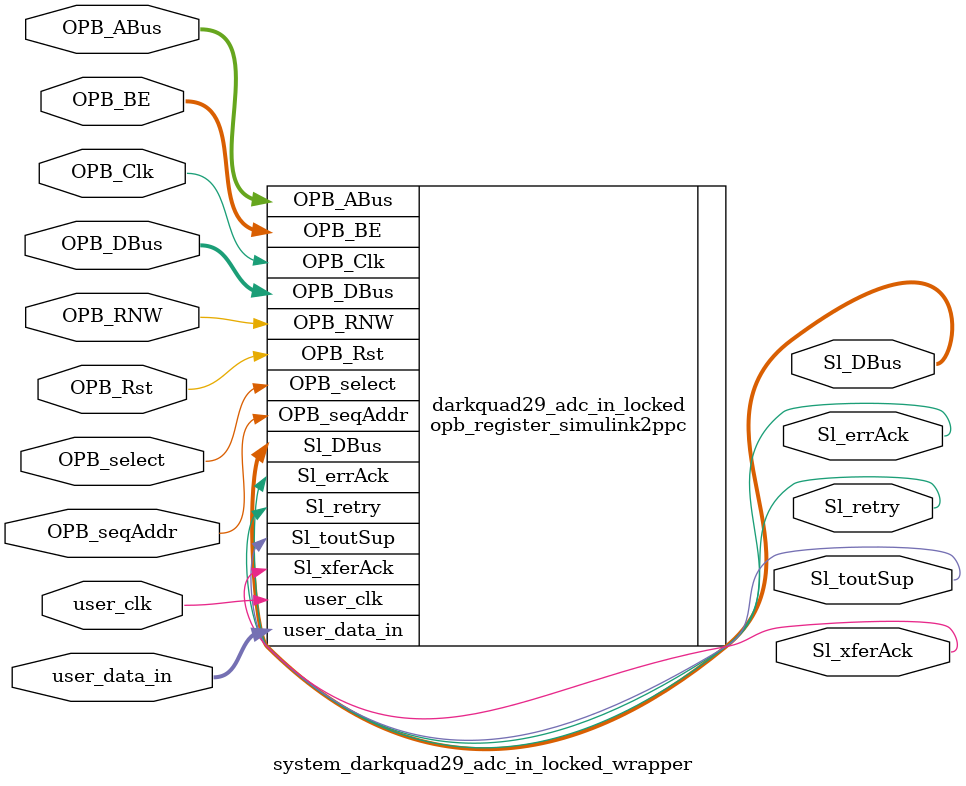
<source format=v>

module system_darkquad29_adc_in_locked_wrapper
  (
    OPB_Clk,
    OPB_Rst,
    Sl_DBus,
    Sl_errAck,
    Sl_retry,
    Sl_toutSup,
    Sl_xferAck,
    OPB_ABus,
    OPB_BE,
    OPB_DBus,
    OPB_RNW,
    OPB_select,
    OPB_seqAddr,
    user_data_in,
    user_clk
  );
  input OPB_Clk;
  input OPB_Rst;
  output [0:31] Sl_DBus;
  output Sl_errAck;
  output Sl_retry;
  output Sl_toutSup;
  output Sl_xferAck;
  input [0:31] OPB_ABus;
  input [0:3] OPB_BE;
  input [0:31] OPB_DBus;
  input OPB_RNW;
  input OPB_select;
  input OPB_seqAddr;
  input [31:0] user_data_in;
  input user_clk;

  opb_register_simulink2ppc
    #(
      .C_BASEADDR ( 32'h01083700 ),
      .C_HIGHADDR ( 32'h010837FF ),
      .C_OPB_AWIDTH ( 32 ),
      .C_OPB_DWIDTH ( 32 ),
      .C_FAMILY ( "virtex6" )
    )
    darkquad29_adc_in_locked (
      .OPB_Clk ( OPB_Clk ),
      .OPB_Rst ( OPB_Rst ),
      .Sl_DBus ( Sl_DBus ),
      .Sl_errAck ( Sl_errAck ),
      .Sl_retry ( Sl_retry ),
      .Sl_toutSup ( Sl_toutSup ),
      .Sl_xferAck ( Sl_xferAck ),
      .OPB_ABus ( OPB_ABus ),
      .OPB_BE ( OPB_BE ),
      .OPB_DBus ( OPB_DBus ),
      .OPB_RNW ( OPB_RNW ),
      .OPB_select ( OPB_select ),
      .OPB_seqAddr ( OPB_seqAddr ),
      .user_data_in ( user_data_in ),
      .user_clk ( user_clk )
    );

endmodule


</source>
